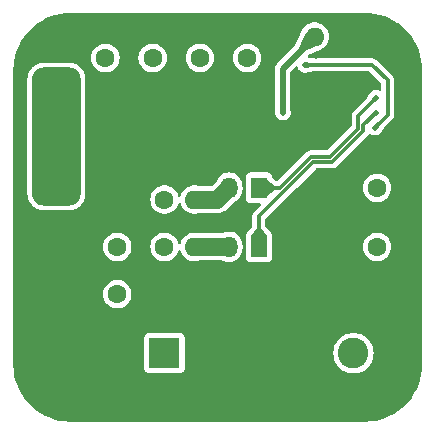
<source format=gtl>
%TF.GenerationSoftware,KiCad,Pcbnew,8.0.5*%
%TF.CreationDate,2024-10-31T22:01:25+08:00*%
%TF.ProjectId,AMS1117_TP4056_Lithium_battery_charging,414d5331-3131-4375-9f54-50343035365f,rev?*%
%TF.SameCoordinates,Original*%
%TF.FileFunction,Copper,L1,Top*%
%TF.FilePolarity,Positive*%
%FSLAX46Y46*%
G04 Gerber Fmt 4.6, Leading zero omitted, Abs format (unit mm)*
G04 Created by KiCad (PCBNEW 8.0.5) date 2024-10-31 22:01:25*
%MOMM*%
%LPD*%
G01*
G04 APERTURE LIST*
%TA.AperFunction,ComponentPad*%
%ADD10R,1.400000X1.800000*%
%TD*%
%TA.AperFunction,ComponentPad*%
%ADD11O,1.400000X1.800000*%
%TD*%
%TA.AperFunction,ComponentPad*%
%ADD12C,1.600000*%
%TD*%
%TA.AperFunction,ComponentPad*%
%ADD13O,1.600000X1.600000*%
%TD*%
%TA.AperFunction,ComponentPad*%
%ADD14R,2.600000X2.600000*%
%TD*%
%TA.AperFunction,ComponentPad*%
%ADD15C,2.600000*%
%TD*%
%TA.AperFunction,ComponentPad*%
%ADD16C,6.000000*%
%TD*%
%TA.AperFunction,HeatsinkPad*%
%ADD17C,0.600000*%
%TD*%
%TA.AperFunction,ViaPad*%
%ADD18C,0.500000*%
%TD*%
%TA.AperFunction,Conductor*%
%ADD19C,0.300000*%
%TD*%
%TA.AperFunction,Conductor*%
%ADD20C,1.500000*%
%TD*%
%TA.AperFunction,Conductor*%
%ADD21C,0.500000*%
%TD*%
G04 APERTURE END LIST*
D10*
%TO.P,LED1,1,K*%
%TO.N,Net-(LED1-K)*%
X116000000Y-120000000D03*
D11*
%TO.P,LED1,2,A*%
%TO.N,Net-(LED1-A)*%
X113460000Y-120000000D03*
%TD*%
D12*
%TO.P,R1,1*%
%TO.N,GND*%
X123245000Y-102200000D03*
D13*
%TO.P,R1,2*%
%TO.N,Net-(U1-PROG)*%
X120705000Y-102200000D03*
%TD*%
D14*
%TO.P,P2,1*%
%TO.N,VIN*%
X108000000Y-129000000D03*
D15*
%TO.P,P2,2*%
%TO.N,GND*%
X113000000Y-129000000D03*
%TD*%
D12*
%TO.P,C1,1*%
%TO.N,BAT*%
X126000000Y-115000000D03*
%TO.P,C1,2*%
%TO.N,GND*%
X121000000Y-115000000D03*
%TD*%
%TO.P,C9,1*%
%TO.N,VCC*%
X103000000Y-104000000D03*
%TO.P,C9,2*%
%TO.N,GND*%
X103000000Y-109000000D03*
%TD*%
%TO.P,C8,1*%
%TO.N,VIN*%
X104000000Y-120000000D03*
%TO.P,C8,2*%
%TO.N,GND*%
X99000000Y-120000000D03*
%TD*%
D16*
%TO.P,H1,1,1*%
%TO.N,GND*%
X100000000Y-130000000D03*
%TD*%
D12*
%TO.P,C5,1*%
%TO.N,VCC*%
X115000000Y-104000000D03*
%TO.P,C5,2*%
%TO.N,GND*%
X115000000Y-109000000D03*
%TD*%
%TO.P,R2,1*%
%TO.N,VCC*%
X108000000Y-120000000D03*
D13*
%TO.P,R2,2*%
%TO.N,Net-(LED1-A)*%
X110540000Y-120000000D03*
%TD*%
D12*
%TO.P,C10,1*%
%TO.N,VCC*%
X107000000Y-104000000D03*
%TO.P,C10,2*%
%TO.N,GND*%
X107000000Y-109000000D03*
%TD*%
D14*
%TO.P,P1,1*%
%TO.N,GND*%
X119000000Y-129000000D03*
D15*
%TO.P,P1,2*%
%TO.N,BAT*%
X124000000Y-129000000D03*
%TD*%
D12*
%TO.P,C2,1*%
%TO.N,BAT*%
X126000000Y-120000000D03*
%TO.P,C2,2*%
%TO.N,GND*%
X121000000Y-120000000D03*
%TD*%
%TO.P,C4,1*%
%TO.N,VCC*%
X111000000Y-104000000D03*
%TO.P,C4,2*%
%TO.N,GND*%
X111000000Y-109000000D03*
%TD*%
%TO.P,R5,1*%
%TO.N,VCC*%
X108000000Y-116000000D03*
D13*
%TO.P,R5,2*%
%TO.N,Net-(LED2-A)*%
X110540000Y-116000000D03*
%TD*%
D12*
%TO.P,C7,1*%
%TO.N,VIN*%
X104000000Y-124000000D03*
%TO.P,C7,2*%
%TO.N,GND*%
X99000000Y-124000000D03*
%TD*%
D10*
%TO.P,LED2,1,K*%
%TO.N,Net-(LED2-K)*%
X116000000Y-115000000D03*
D11*
%TO.P,LED2,2,A*%
%TO.N,Net-(LED2-A)*%
X113460000Y-115000000D03*
%TD*%
D17*
%TO.P,U1,9,EP*%
%TO.N,GND*%
X121000000Y-106150000D03*
X121000000Y-108000000D03*
X121000000Y-109850000D03*
X122000000Y-106150000D03*
X122000000Y-108000000D03*
X122000000Y-109850000D03*
X123000000Y-106150000D03*
X123000000Y-108000000D03*
X123000000Y-109850000D03*
%TD*%
D18*
%TO.N,GND*%
X108270000Y-125500000D03*
X112080000Y-125500000D03*
X96900000Y-122110000D03*
X119700000Y-122700000D03*
X106260000Y-133600000D03*
X118300000Y-111200000D03*
X106870000Y-111200000D03*
X128600000Y-127040000D03*
X110680000Y-111200000D03*
X120800000Y-103800000D03*
X124970000Y-101500000D03*
X96900000Y-118300000D03*
X109730000Y-101500000D03*
X103570000Y-106800000D03*
X114490000Y-111200000D03*
X115890000Y-125500000D03*
X115000000Y-106800000D03*
X128600000Y-119420000D03*
X128600000Y-130850000D03*
X105920000Y-101500000D03*
X128600000Y-111800000D03*
X117350000Y-101500000D03*
X98300000Y-101500000D03*
X113880000Y-133600000D03*
X96900000Y-125920000D03*
X102110000Y-101500000D03*
X102450000Y-133600000D03*
X108270000Y-122700000D03*
X128600000Y-115610000D03*
X121500000Y-133600000D03*
X115890000Y-122700000D03*
X101500000Y-125770000D03*
X119700000Y-125500000D03*
X113540000Y-101500000D03*
X101500000Y-118150000D03*
X128600000Y-123230000D03*
X111190000Y-106800000D03*
X107380000Y-106800000D03*
X117690000Y-133600000D03*
X112080000Y-122700000D03*
X101500000Y-121960000D03*
X110070000Y-133600000D03*
%TO.N,VCC*%
X99940000Y-110580000D03*
X97400000Y-115660000D03*
X97400000Y-113120000D03*
X97400000Y-108040000D03*
X119900000Y-104600000D03*
X97400000Y-110580000D03*
X99940000Y-108040000D03*
X99940000Y-105500000D03*
X125800000Y-109900000D03*
X99940000Y-115660000D03*
X97400000Y-105500000D03*
X99940000Y-113120000D03*
%TO.N,Net-(LED1-K)*%
X125865000Y-108635000D03*
%TO.N,Net-(LED2-K)*%
X125900000Y-107365000D03*
%TO.N,Net-(U1-PROG)*%
X118035000Y-108635000D03*
%TD*%
D19*
%TO.N,VCC*%
X126900000Y-108800000D02*
X126900000Y-105900000D01*
X125600000Y-104600000D02*
X119900000Y-104600000D01*
X125800000Y-109900000D02*
X126900000Y-108800000D01*
X126900000Y-105900000D02*
X125600000Y-104600000D01*
%TO.N,Net-(LED1-K)*%
X116000000Y-120000000D02*
X116000000Y-117400000D01*
X120600000Y-112800000D02*
X122200000Y-112800000D01*
X116000000Y-117400000D02*
X120600000Y-112800000D01*
X124830000Y-109670000D02*
X125865000Y-108635000D01*
X124830000Y-110170000D02*
X124830000Y-109670000D01*
X122200000Y-112800000D02*
X124830000Y-110170000D01*
D20*
%TO.N,Net-(LED1-A)*%
X110540000Y-120000000D02*
X113460000Y-120000000D01*
%TO.N,Net-(LED2-A)*%
X112460000Y-116000000D02*
X113460000Y-115000000D01*
X110540000Y-116000000D02*
X112460000Y-116000000D01*
D19*
%TO.N,Net-(LED2-K)*%
X124400000Y-109991888D02*
X124400000Y-108900000D01*
X125900000Y-107400000D02*
X125900000Y-107365000D01*
X120421888Y-112370000D02*
X122021888Y-112370000D01*
X116000000Y-115000000D02*
X117791888Y-115000000D01*
X117791888Y-115000000D02*
X120421888Y-112370000D01*
X124400000Y-108900000D02*
X125900000Y-107400000D01*
X122021888Y-112370000D02*
X124400000Y-109991888D01*
D21*
%TO.N,Net-(U1-PROG)*%
X118035000Y-108635000D02*
X118000000Y-108600000D01*
X118000000Y-104905000D02*
X120705000Y-102200000D01*
X118000000Y-108600000D02*
X118000000Y-104905000D01*
%TD*%
%TA.AperFunction,Conductor*%
%TO.N,VCC*%
G36*
X120390599Y-104448117D02*
G01*
X120398037Y-104453100D01*
X120400000Y-104459588D01*
X120400000Y-104740411D01*
X120396573Y-104748684D01*
X120390597Y-104751883D01*
X120005062Y-104829089D01*
X119996277Y-104827354D01*
X119991973Y-104822135D01*
X119900889Y-104604515D01*
X119900857Y-104595563D01*
X119991973Y-104377863D01*
X119998327Y-104371556D01*
X120005059Y-104370910D01*
X120390599Y-104448117D01*
G37*
%TD.AperFunction*%
%TD*%
%TA.AperFunction,Conductor*%
%TO.N,Net-(U1-PROG)*%
G36*
X119976364Y-101898174D02*
G01*
X120701212Y-102197437D01*
X120707551Y-102203762D01*
X120707562Y-102203787D01*
X121006824Y-102928634D01*
X121006813Y-102937589D01*
X121000822Y-102943763D01*
X119757775Y-103504820D01*
X119748825Y-103505100D01*
X119744689Y-103502429D01*
X119402570Y-103160310D01*
X119399143Y-103152037D01*
X119400179Y-103147224D01*
X119826005Y-102203787D01*
X119961236Y-101904176D01*
X119967763Y-101898046D01*
X119976364Y-101898174D01*
G37*
%TD.AperFunction*%
%TD*%
%TA.AperFunction,Conductor*%
%TO.N,Net-(LED1-K)*%
G36*
X116152586Y-118403427D02*
G01*
X116153513Y-118404471D01*
X116694352Y-119092812D01*
X116696769Y-119101435D01*
X116694391Y-119107219D01*
X116009239Y-119989108D01*
X116001457Y-119993539D01*
X115992822Y-119991169D01*
X115990761Y-119989108D01*
X115915183Y-119891829D01*
X115305607Y-119107217D01*
X115303238Y-119098584D01*
X115305646Y-119092813D01*
X115846487Y-118404470D01*
X115854293Y-118400083D01*
X115855687Y-118400000D01*
X116144313Y-118400000D01*
X116152586Y-118403427D01*
G37*
%TD.AperFunction*%
%TD*%
%TA.AperFunction,Conductor*%
%TO.N,Net-(LED2-K)*%
G36*
X116708156Y-114306408D02*
G01*
X117395529Y-114846487D01*
X117399917Y-114854293D01*
X117400000Y-114855687D01*
X117400000Y-115144312D01*
X117396573Y-115152585D01*
X117395529Y-115153512D01*
X116708156Y-115693591D01*
X116699533Y-115696008D01*
X116692660Y-115692670D01*
X116152731Y-115153512D01*
X116007289Y-115008277D01*
X116003857Y-115000008D01*
X116007277Y-114991734D01*
X116692660Y-114307328D01*
X116700935Y-114303908D01*
X116708156Y-114306408D01*
G37*
%TD.AperFunction*%
%TD*%
%TA.AperFunction,Conductor*%
%TO.N,Net-(LED1-K)*%
G36*
X125642890Y-108542960D02*
G01*
X125861175Y-108632435D01*
X125867531Y-108638744D01*
X125867564Y-108638824D01*
X125957038Y-108857107D01*
X125957005Y-108866061D01*
X125952700Y-108871281D01*
X125625492Y-109089301D01*
X125616707Y-109091036D01*
X125610731Y-109087837D01*
X125412162Y-108889268D01*
X125408735Y-108880995D01*
X125410698Y-108874507D01*
X125628720Y-108547297D01*
X125636158Y-108542315D01*
X125642890Y-108542960D01*
G37*
%TD.AperFunction*%
%TD*%
%TA.AperFunction,Conductor*%
%TO.N,Net-(LED2-K)*%
G36*
X125678459Y-107273194D02*
G01*
X125898511Y-107363393D01*
X125902379Y-107365978D01*
X126067228Y-107532152D01*
X126070622Y-107540439D01*
X126067162Y-107548698D01*
X126065858Y-107549814D01*
X125681592Y-107832676D01*
X125672898Y-107834821D01*
X125666383Y-107831527D01*
X125467730Y-107632874D01*
X125464303Y-107624601D01*
X125465887Y-107618722D01*
X125663908Y-107278137D01*
X125671028Y-107272710D01*
X125678459Y-107273194D01*
G37*
%TD.AperFunction*%
%TD*%
%TA.AperFunction,Conductor*%
%TO.N,VCC*%
G36*
X126054268Y-109447162D02*
G01*
X126252837Y-109645731D01*
X126256264Y-109654004D01*
X126254301Y-109660492D01*
X126036281Y-109987700D01*
X126028841Y-109992684D01*
X126022107Y-109992038D01*
X125803824Y-109902564D01*
X125797468Y-109896255D01*
X125797435Y-109896175D01*
X125707961Y-109677890D01*
X125707994Y-109668938D01*
X125712296Y-109663721D01*
X126039507Y-109445697D01*
X126048292Y-109443963D01*
X126054268Y-109447162D01*
G37*
%TD.AperFunction*%
%TD*%
%TA.AperFunction,Conductor*%
%TO.N,VCC*%
G36*
X99906061Y-104800597D02*
G01*
X100082941Y-104818018D01*
X100106769Y-104822757D01*
X100271001Y-104872576D01*
X100293453Y-104881877D01*
X100444798Y-104962772D01*
X100465010Y-104976277D01*
X100597666Y-105085145D01*
X100614854Y-105102333D01*
X100723722Y-105234989D01*
X100737227Y-105255201D01*
X100818121Y-105406543D01*
X100827424Y-105429001D01*
X100877240Y-105593224D01*
X100881982Y-105617065D01*
X100899403Y-105793938D01*
X100900000Y-105806092D01*
X100900000Y-115493907D01*
X100899403Y-115506061D01*
X100881982Y-115682934D01*
X100877240Y-115706775D01*
X100827424Y-115870998D01*
X100818121Y-115893456D01*
X100737227Y-116044798D01*
X100723722Y-116065010D01*
X100614854Y-116197666D01*
X100597666Y-116214854D01*
X100465010Y-116323722D01*
X100444798Y-116337227D01*
X100293456Y-116418121D01*
X100270998Y-116427424D01*
X100106775Y-116477240D01*
X100082934Y-116481982D01*
X99906061Y-116499403D01*
X99893907Y-116500000D01*
X97806093Y-116500000D01*
X97793939Y-116499403D01*
X97617065Y-116481982D01*
X97593224Y-116477240D01*
X97429001Y-116427424D01*
X97406543Y-116418121D01*
X97255201Y-116337227D01*
X97234989Y-116323722D01*
X97102333Y-116214854D01*
X97085145Y-116197666D01*
X96976277Y-116065010D01*
X96962772Y-116044798D01*
X96881878Y-115893456D01*
X96872575Y-115870998D01*
X96822757Y-115706769D01*
X96818018Y-115682941D01*
X96800597Y-115506061D01*
X96800000Y-115493907D01*
X96800000Y-105806092D01*
X96800597Y-105793938D01*
X96818018Y-105617056D01*
X96822757Y-105593232D01*
X96872577Y-105428994D01*
X96881875Y-105406549D01*
X96962775Y-105255195D01*
X96976272Y-105234995D01*
X97085149Y-105102328D01*
X97102328Y-105085149D01*
X97234995Y-104976272D01*
X97255195Y-104962775D01*
X97406549Y-104881875D01*
X97428994Y-104872577D01*
X97593232Y-104822757D01*
X97617056Y-104818018D01*
X97793939Y-104800597D01*
X97806093Y-104800000D01*
X99893907Y-104800000D01*
X99906061Y-104800597D01*
G37*
%TD.AperFunction*%
%TD*%
%TA.AperFunction,Conductor*%
%TO.N,GND*%
G36*
X125002702Y-100200617D02*
G01*
X125412917Y-100218528D01*
X125423654Y-100219468D01*
X125828057Y-100272708D01*
X125838695Y-100274583D01*
X126236925Y-100362869D01*
X126247365Y-100365667D01*
X126636363Y-100488317D01*
X126646524Y-100492015D01*
X127023363Y-100648108D01*
X127033155Y-100652674D01*
X127394965Y-100841020D01*
X127404305Y-100846413D01*
X127689636Y-101028189D01*
X127748309Y-101065568D01*
X127757170Y-101071772D01*
X128080766Y-101320076D01*
X128089053Y-101327030D01*
X128389767Y-101602583D01*
X128397416Y-101610232D01*
X128672969Y-101910946D01*
X128679923Y-101919233D01*
X128928227Y-102242829D01*
X128934431Y-102251690D01*
X129153578Y-102595680D01*
X129158983Y-102605042D01*
X129285004Y-102847126D01*
X129347322Y-102966838D01*
X129351894Y-102976642D01*
X129507983Y-103353473D01*
X129511683Y-103363639D01*
X129634331Y-103752630D01*
X129637131Y-103763078D01*
X129725414Y-104161296D01*
X129727292Y-104171950D01*
X129780529Y-104576326D01*
X129781472Y-104587102D01*
X129799382Y-104997297D01*
X129799500Y-105002706D01*
X129799500Y-129997293D01*
X129799382Y-130002702D01*
X129781472Y-130412897D01*
X129780529Y-130423673D01*
X129727292Y-130828049D01*
X129725414Y-130838703D01*
X129637131Y-131236921D01*
X129634331Y-131247369D01*
X129511683Y-131636360D01*
X129507983Y-131646526D01*
X129351894Y-132023357D01*
X129347322Y-132033161D01*
X129158987Y-132394951D01*
X129153578Y-132404319D01*
X128934431Y-132748309D01*
X128928227Y-132757170D01*
X128679923Y-133080766D01*
X128672969Y-133089053D01*
X128397416Y-133389767D01*
X128389767Y-133397416D01*
X128089053Y-133672969D01*
X128080766Y-133679923D01*
X127757170Y-133928227D01*
X127748309Y-133934431D01*
X127404319Y-134153578D01*
X127394951Y-134158987D01*
X127033161Y-134347322D01*
X127023357Y-134351894D01*
X126646526Y-134507983D01*
X126636360Y-134511683D01*
X126247369Y-134634331D01*
X126236921Y-134637131D01*
X125838703Y-134725414D01*
X125828049Y-134727292D01*
X125423673Y-134780529D01*
X125412897Y-134781472D01*
X125002703Y-134799382D01*
X124997294Y-134799500D01*
X100002706Y-134799500D01*
X99997297Y-134799382D01*
X99587102Y-134781472D01*
X99576326Y-134780529D01*
X99171950Y-134727292D01*
X99161296Y-134725414D01*
X98763078Y-134637131D01*
X98752630Y-134634331D01*
X98363639Y-134511683D01*
X98353473Y-134507983D01*
X97976642Y-134351894D01*
X97966838Y-134347322D01*
X97847126Y-134285004D01*
X97605042Y-134158983D01*
X97595686Y-134153582D01*
X97423685Y-134044004D01*
X97251690Y-133934431D01*
X97242829Y-133928227D01*
X96919233Y-133679923D01*
X96910946Y-133672969D01*
X96610232Y-133397416D01*
X96602583Y-133389767D01*
X96327030Y-133089053D01*
X96320076Y-133080766D01*
X96071772Y-132757170D01*
X96065568Y-132748309D01*
X96012070Y-132664334D01*
X95846413Y-132404305D01*
X95841020Y-132394965D01*
X95652674Y-132033155D01*
X95648105Y-132023357D01*
X95492016Y-131646526D01*
X95488316Y-131636360D01*
X95365668Y-131247369D01*
X95362868Y-131236921D01*
X95274585Y-130838703D01*
X95272707Y-130828049D01*
X95255915Y-130700499D01*
X95219468Y-130423654D01*
X95218528Y-130412917D01*
X95200618Y-130002702D01*
X95200500Y-129997293D01*
X95200500Y-127668475D01*
X106299500Y-127668475D01*
X106299500Y-130331517D01*
X106299772Y-130333232D01*
X106314354Y-130425304D01*
X106371950Y-130538342D01*
X106371952Y-130538344D01*
X106371954Y-130538347D01*
X106461652Y-130628045D01*
X106461654Y-130628046D01*
X106461658Y-130628050D01*
X106574694Y-130685645D01*
X106574698Y-130685647D01*
X106668475Y-130700499D01*
X106668481Y-130700500D01*
X109331518Y-130700499D01*
X109425304Y-130685646D01*
X109538342Y-130628050D01*
X109628050Y-130538342D01*
X109685646Y-130425304D01*
X109685646Y-130425302D01*
X109685647Y-130425301D01*
X109696282Y-130358147D01*
X109700500Y-130331519D01*
X109700499Y-128999995D01*
X122294732Y-128999995D01*
X122294732Y-129000004D01*
X122313777Y-129254154D01*
X122313778Y-129254157D01*
X122370492Y-129502637D01*
X122463607Y-129739888D01*
X122591041Y-129960612D01*
X122749950Y-130159877D01*
X122936783Y-130333232D01*
X123147366Y-130476805D01*
X123147371Y-130476807D01*
X123147372Y-130476808D01*
X123147373Y-130476809D01*
X123269328Y-130535538D01*
X123376992Y-130587387D01*
X123376993Y-130587387D01*
X123376996Y-130587389D01*
X123620542Y-130662513D01*
X123872565Y-130700500D01*
X124127435Y-130700500D01*
X124379458Y-130662513D01*
X124623004Y-130587389D01*
X124852634Y-130476805D01*
X125063217Y-130333232D01*
X125250050Y-130159877D01*
X125408959Y-129960612D01*
X125536393Y-129739888D01*
X125629508Y-129502637D01*
X125686222Y-129254157D01*
X125705268Y-129000000D01*
X125686222Y-128745843D01*
X125629508Y-128497363D01*
X125536393Y-128260112D01*
X125408959Y-128039388D01*
X125250050Y-127840123D01*
X125063217Y-127666768D01*
X124852634Y-127523195D01*
X124852630Y-127523193D01*
X124852627Y-127523191D01*
X124852626Y-127523190D01*
X124623006Y-127412612D01*
X124623008Y-127412612D01*
X124379466Y-127337489D01*
X124379462Y-127337488D01*
X124379458Y-127337487D01*
X124258231Y-127319214D01*
X124127440Y-127299500D01*
X124127435Y-127299500D01*
X123872565Y-127299500D01*
X123872559Y-127299500D01*
X123715609Y-127323157D01*
X123620542Y-127337487D01*
X123620539Y-127337488D01*
X123620533Y-127337489D01*
X123376992Y-127412612D01*
X123147373Y-127523190D01*
X123147372Y-127523191D01*
X122936782Y-127666768D01*
X122749952Y-127840121D01*
X122749950Y-127840123D01*
X122591041Y-128039388D01*
X122463608Y-128260109D01*
X122370492Y-128497362D01*
X122370490Y-128497369D01*
X122313777Y-128745845D01*
X122294732Y-128999995D01*
X109700499Y-128999995D01*
X109700499Y-127668482D01*
X109685646Y-127574696D01*
X109628050Y-127461658D01*
X109628046Y-127461654D01*
X109628045Y-127461652D01*
X109538347Y-127371954D01*
X109538344Y-127371952D01*
X109538342Y-127371950D01*
X109461517Y-127332805D01*
X109425301Y-127314352D01*
X109331524Y-127299500D01*
X106668482Y-127299500D01*
X106587519Y-127312323D01*
X106574696Y-127314354D01*
X106461658Y-127371950D01*
X106461657Y-127371951D01*
X106461652Y-127371954D01*
X106371954Y-127461652D01*
X106371951Y-127461657D01*
X106314352Y-127574698D01*
X106299500Y-127668475D01*
X95200500Y-127668475D01*
X95200500Y-123999999D01*
X102794357Y-123999999D01*
X102794357Y-124000000D01*
X102814884Y-124221535D01*
X102814885Y-124221537D01*
X102875769Y-124435523D01*
X102875775Y-124435538D01*
X102974938Y-124634683D01*
X102974943Y-124634691D01*
X103109020Y-124812238D01*
X103273437Y-124962123D01*
X103273439Y-124962125D01*
X103462595Y-125079245D01*
X103462596Y-125079245D01*
X103462599Y-125079247D01*
X103670060Y-125159618D01*
X103888757Y-125200500D01*
X103888759Y-125200500D01*
X104111241Y-125200500D01*
X104111243Y-125200500D01*
X104329940Y-125159618D01*
X104537401Y-125079247D01*
X104726562Y-124962124D01*
X104890981Y-124812236D01*
X105025058Y-124634689D01*
X105124229Y-124435528D01*
X105185115Y-124221536D01*
X105205643Y-124000000D01*
X105185115Y-123778464D01*
X105124229Y-123564472D01*
X105124224Y-123564461D01*
X105025061Y-123365316D01*
X105025056Y-123365308D01*
X104890979Y-123187761D01*
X104726562Y-123037876D01*
X104726560Y-123037874D01*
X104537404Y-122920754D01*
X104537398Y-122920752D01*
X104329940Y-122840382D01*
X104111243Y-122799500D01*
X103888757Y-122799500D01*
X103670060Y-122840382D01*
X103538864Y-122891207D01*
X103462601Y-122920752D01*
X103462595Y-122920754D01*
X103273439Y-123037874D01*
X103273437Y-123037876D01*
X103109020Y-123187761D01*
X102974943Y-123365308D01*
X102974938Y-123365316D01*
X102875775Y-123564461D01*
X102875769Y-123564476D01*
X102814885Y-123778462D01*
X102814884Y-123778464D01*
X102794357Y-123999999D01*
X95200500Y-123999999D01*
X95200500Y-119999999D01*
X102794357Y-119999999D01*
X102794357Y-120000000D01*
X102814884Y-120221535D01*
X102814885Y-120221537D01*
X102875769Y-120435523D01*
X102875775Y-120435538D01*
X102974938Y-120634683D01*
X102974943Y-120634691D01*
X103109020Y-120812238D01*
X103273437Y-120962123D01*
X103273439Y-120962125D01*
X103462595Y-121079245D01*
X103462596Y-121079245D01*
X103462599Y-121079247D01*
X103670060Y-121159618D01*
X103888757Y-121200500D01*
X103888759Y-121200500D01*
X104111241Y-121200500D01*
X104111243Y-121200500D01*
X104329940Y-121159618D01*
X104537401Y-121079247D01*
X104726562Y-120962124D01*
X104890981Y-120812236D01*
X105025058Y-120634689D01*
X105124229Y-120435528D01*
X105185115Y-120221536D01*
X105205643Y-120000000D01*
X105205643Y-119999999D01*
X106794357Y-119999999D01*
X106794357Y-120000000D01*
X106814884Y-120221535D01*
X106814885Y-120221537D01*
X106875769Y-120435523D01*
X106875775Y-120435538D01*
X106974938Y-120634683D01*
X106974943Y-120634691D01*
X107109020Y-120812238D01*
X107273437Y-120962123D01*
X107273439Y-120962125D01*
X107462595Y-121079245D01*
X107462596Y-121079245D01*
X107462599Y-121079247D01*
X107670060Y-121159618D01*
X107888757Y-121200500D01*
X107888759Y-121200500D01*
X108111241Y-121200500D01*
X108111243Y-121200500D01*
X108329940Y-121159618D01*
X108537401Y-121079247D01*
X108726562Y-120962124D01*
X108890981Y-120812236D01*
X109025058Y-120634689D01*
X109124229Y-120435528D01*
X109150734Y-120342371D01*
X109188013Y-120283278D01*
X109251323Y-120253721D01*
X109320562Y-120263083D01*
X109373749Y-120308393D01*
X109389266Y-120342372D01*
X109415769Y-120435523D01*
X109415775Y-120435538D01*
X109514938Y-120634683D01*
X109514943Y-120634691D01*
X109649020Y-120812238D01*
X109813437Y-120962123D01*
X109813439Y-120962125D01*
X110002595Y-121079245D01*
X110002596Y-121079245D01*
X110002599Y-121079247D01*
X110210060Y-121159618D01*
X110428757Y-121200500D01*
X110428759Y-121200500D01*
X110651241Y-121200500D01*
X110651243Y-121200500D01*
X110869940Y-121159618D01*
X110871861Y-121158873D01*
X110873889Y-121158494D01*
X110875455Y-121158049D01*
X110875496Y-121158194D01*
X110916655Y-121150500D01*
X112871632Y-121150500D01*
X112927926Y-121164014D01*
X113037555Y-121219873D01*
X113202299Y-121273402D01*
X113373389Y-121300500D01*
X113373390Y-121300500D01*
X113546610Y-121300500D01*
X113546611Y-121300500D01*
X113717701Y-121273402D01*
X113882445Y-121219873D01*
X114036788Y-121141232D01*
X114176928Y-121039414D01*
X114299414Y-120916928D01*
X114401232Y-120776788D01*
X114479873Y-120622445D01*
X114533402Y-120457701D01*
X114543679Y-120392805D01*
X114548216Y-120373909D01*
X114582171Y-120269409D01*
X114597623Y-120171847D01*
X114610500Y-120090551D01*
X114610500Y-119909448D01*
X114582171Y-119730590D01*
X114569504Y-119691606D01*
X114548217Y-119626092D01*
X114543678Y-119607181D01*
X114533402Y-119542301D01*
X114533402Y-119542299D01*
X114479873Y-119377555D01*
X114479871Y-119377552D01*
X114479871Y-119377550D01*
X114401231Y-119223211D01*
X114375475Y-119187761D01*
X114299414Y-119083072D01*
X114296141Y-119079799D01*
X114898173Y-119079799D01*
X114898740Y-119084896D01*
X114899500Y-119098604D01*
X114899500Y-120931517D01*
X114904348Y-120962124D01*
X114914354Y-121025304D01*
X114971950Y-121138342D01*
X114971952Y-121138344D01*
X114971954Y-121138347D01*
X115061652Y-121228045D01*
X115061654Y-121228046D01*
X115061658Y-121228050D01*
X115174694Y-121285645D01*
X115174698Y-121285647D01*
X115268475Y-121300499D01*
X115268481Y-121300500D01*
X116731518Y-121300499D01*
X116825304Y-121285646D01*
X116938342Y-121228050D01*
X117028050Y-121138342D01*
X117085646Y-121025304D01*
X117085646Y-121025302D01*
X117085647Y-121025301D01*
X117100499Y-120931524D01*
X117100500Y-120931519D01*
X117100499Y-119999999D01*
X124794357Y-119999999D01*
X124794357Y-120000000D01*
X124814884Y-120221535D01*
X124814885Y-120221537D01*
X124875769Y-120435523D01*
X124875775Y-120435538D01*
X124974938Y-120634683D01*
X124974943Y-120634691D01*
X125109020Y-120812238D01*
X125273437Y-120962123D01*
X125273439Y-120962125D01*
X125462595Y-121079245D01*
X125462596Y-121079245D01*
X125462599Y-121079247D01*
X125670060Y-121159618D01*
X125888757Y-121200500D01*
X125888759Y-121200500D01*
X126111241Y-121200500D01*
X126111243Y-121200500D01*
X126329940Y-121159618D01*
X126537401Y-121079247D01*
X126726562Y-120962124D01*
X126890981Y-120812236D01*
X127025058Y-120634689D01*
X127124229Y-120435528D01*
X127185115Y-120221536D01*
X127205643Y-120000000D01*
X127185115Y-119778464D01*
X127124229Y-119564472D01*
X127124224Y-119564461D01*
X127025061Y-119365316D01*
X127025056Y-119365308D01*
X126890979Y-119187761D01*
X126726562Y-119037876D01*
X126726560Y-119037874D01*
X126537404Y-118920754D01*
X126537398Y-118920752D01*
X126509262Y-118909852D01*
X126329940Y-118840382D01*
X126111243Y-118799500D01*
X125888757Y-118799500D01*
X125670060Y-118840382D01*
X125615138Y-118861659D01*
X125462601Y-118920752D01*
X125462595Y-118920754D01*
X125273439Y-119037874D01*
X125273437Y-119037876D01*
X125109020Y-119187761D01*
X124974943Y-119365308D01*
X124974938Y-119365316D01*
X124875775Y-119564461D01*
X124875769Y-119564476D01*
X124814885Y-119778462D01*
X124814884Y-119778464D01*
X124794357Y-119999999D01*
X117100499Y-119999999D01*
X117100499Y-119137453D01*
X117101579Y-119126577D01*
X117101928Y-119118012D01*
X117101930Y-119118005D01*
X117101335Y-119112905D01*
X117100499Y-119098532D01*
X117100499Y-119068482D01*
X117095652Y-119037876D01*
X117085646Y-118974696D01*
X117078975Y-118961605D01*
X117075770Y-118954811D01*
X117075016Y-118953081D01*
X117075015Y-118953080D01*
X117075015Y-118953078D01*
X117073441Y-118950256D01*
X117071717Y-118947165D01*
X117069526Y-118943057D01*
X117043714Y-118892400D01*
X117028050Y-118861658D01*
X117028047Y-118861655D01*
X117023966Y-118856037D01*
X117015396Y-118845577D01*
X117013209Y-118842293D01*
X117013207Y-118842290D01*
X117013204Y-118842285D01*
X116576996Y-118287110D01*
X116551056Y-118222234D01*
X116550500Y-118210500D01*
X116550500Y-117679387D01*
X116570185Y-117612348D01*
X116586819Y-117591706D01*
X119178526Y-114999999D01*
X124794357Y-114999999D01*
X124794357Y-115000000D01*
X124814884Y-115221535D01*
X124814885Y-115221537D01*
X124875769Y-115435523D01*
X124875775Y-115435538D01*
X124974938Y-115634683D01*
X124974943Y-115634691D01*
X125109020Y-115812238D01*
X125273437Y-115962123D01*
X125273439Y-115962125D01*
X125462595Y-116079245D01*
X125462596Y-116079245D01*
X125462599Y-116079247D01*
X125670060Y-116159618D01*
X125888757Y-116200500D01*
X125888759Y-116200500D01*
X126111241Y-116200500D01*
X126111243Y-116200500D01*
X126329940Y-116159618D01*
X126537401Y-116079247D01*
X126726562Y-115962124D01*
X126890981Y-115812236D01*
X127025058Y-115634689D01*
X127124229Y-115435528D01*
X127185115Y-115221536D01*
X127205643Y-115000000D01*
X127185115Y-114778464D01*
X127124229Y-114564472D01*
X127124224Y-114564461D01*
X127025061Y-114365316D01*
X127025056Y-114365308D01*
X126890979Y-114187761D01*
X126726562Y-114037876D01*
X126726560Y-114037874D01*
X126537404Y-113920754D01*
X126537398Y-113920752D01*
X126329940Y-113840382D01*
X126111243Y-113799500D01*
X125888757Y-113799500D01*
X125670060Y-113840382D01*
X125538864Y-113891207D01*
X125462601Y-113920752D01*
X125462595Y-113920754D01*
X125273439Y-114037874D01*
X125273437Y-114037876D01*
X125109020Y-114187761D01*
X124974943Y-114365308D01*
X124974938Y-114365316D01*
X124875775Y-114564461D01*
X124875769Y-114564476D01*
X124814885Y-114778462D01*
X124814884Y-114778464D01*
X124794357Y-114999999D01*
X119178526Y-114999999D01*
X120791706Y-113386819D01*
X120853029Y-113353334D01*
X120879387Y-113350500D01*
X122272472Y-113350500D01*
X122272474Y-113350500D01*
X122272475Y-113350500D01*
X122412485Y-113312984D01*
X122538015Y-113240510D01*
X125270510Y-110508014D01*
X125277979Y-110495076D01*
X125328544Y-110446861D01*
X125397151Y-110433636D01*
X125442993Y-110447279D01*
X125567634Y-110512696D01*
X125721014Y-110550500D01*
X125721015Y-110550500D01*
X125878985Y-110550500D01*
X126032365Y-110512696D01*
X126065933Y-110495078D01*
X126172240Y-110439283D01*
X126290483Y-110334530D01*
X126380220Y-110204523D01*
X126380224Y-110204510D01*
X126381431Y-110202213D01*
X126388038Y-110191076D01*
X126582078Y-109899857D01*
X126597580Y-109880943D01*
X127340510Y-109138015D01*
X127412984Y-109012485D01*
X127450500Y-108872474D01*
X127450500Y-108727526D01*
X127450500Y-105827525D01*
X127412984Y-105687515D01*
X127349362Y-105577318D01*
X127340510Y-105561986D01*
X125938015Y-104159490D01*
X125812485Y-104087016D01*
X125812483Y-104087015D01*
X125800338Y-104083761D01*
X125800338Y-104083760D01*
X125695875Y-104055770D01*
X125672475Y-104049500D01*
X125672474Y-104049500D01*
X120477467Y-104049500D01*
X120453119Y-104047086D01*
X120200544Y-103996506D01*
X120138674Y-103964041D01*
X120104179Y-103903280D01*
X120108009Y-103833516D01*
X120148948Y-103776897D01*
X120173876Y-103761900D01*
X121167642Y-103313359D01*
X121190329Y-103302256D01*
X121190339Y-103302247D01*
X121193413Y-103300367D01*
X121213365Y-103290494D01*
X121242401Y-103279247D01*
X121431562Y-103162124D01*
X121595981Y-103012236D01*
X121730058Y-102834689D01*
X121829229Y-102635528D01*
X121890115Y-102421536D01*
X121910643Y-102200000D01*
X121890115Y-101978464D01*
X121829229Y-101764472D01*
X121829224Y-101764461D01*
X121730061Y-101565316D01*
X121730056Y-101565308D01*
X121595979Y-101387761D01*
X121431562Y-101237876D01*
X121431560Y-101237874D01*
X121242404Y-101120754D01*
X121242398Y-101120752D01*
X121034940Y-101040382D01*
X120816243Y-100999500D01*
X120593757Y-100999500D01*
X120375060Y-101040382D01*
X120243864Y-101091207D01*
X120167601Y-101120752D01*
X120167595Y-101120754D01*
X119978439Y-101237874D01*
X119978437Y-101237876D01*
X119814020Y-101387761D01*
X119679943Y-101565308D01*
X119679941Y-101565312D01*
X119605823Y-101714158D01*
X119598479Y-101726939D01*
X119591647Y-101737345D01*
X119591640Y-101737357D01*
X119456409Y-102036967D01*
X119061236Y-102912488D01*
X119035896Y-102949156D01*
X117494726Y-104490326D01*
X117483418Y-104507250D01*
X117436487Y-104577490D01*
X117433677Y-104581695D01*
X117423533Y-104596876D01*
X117374499Y-104715255D01*
X117374497Y-104715261D01*
X117349500Y-104840928D01*
X117349500Y-108664070D01*
X117362123Y-108727525D01*
X117362123Y-108727527D01*
X117364163Y-108737785D01*
X117374499Y-108789744D01*
X117423535Y-108908127D01*
X117493264Y-109012485D01*
X117494726Y-109014673D01*
X117525255Y-109045201D01*
X117539626Y-109062445D01*
X117544514Y-109069527D01*
X117544517Y-109069531D01*
X117586133Y-109106399D01*
X117591572Y-109111518D01*
X117618067Y-109138013D01*
X117620331Y-109140277D01*
X117629762Y-109146578D01*
X117643098Y-109156864D01*
X117652338Y-109165049D01*
X117662757Y-109174281D01*
X117662758Y-109174281D01*
X117662760Y-109174283D01*
X117696423Y-109191950D01*
X117707683Y-109198642D01*
X117726873Y-109211465D01*
X117753621Y-109222544D01*
X117763776Y-109227300D01*
X117802635Y-109247696D01*
X117816344Y-109251075D01*
X117822434Y-109252576D01*
X117840211Y-109258411D01*
X117845256Y-109260501D01*
X117890891Y-109269578D01*
X117896307Y-109270783D01*
X117956015Y-109285500D01*
X118113986Y-109285500D01*
X118124610Y-109282881D01*
X118173697Y-109270781D01*
X118179122Y-109269574D01*
X118224743Y-109260501D01*
X118229789Y-109258410D01*
X118247562Y-109252575D01*
X118267365Y-109247696D01*
X118306218Y-109227303D01*
X118316397Y-109222536D01*
X118329624Y-109217056D01*
X118343126Y-109211465D01*
X118362320Y-109198639D01*
X118373574Y-109191953D01*
X118407237Y-109174285D01*
X118407238Y-109174283D01*
X118407240Y-109174283D01*
X118426909Y-109156857D01*
X118440243Y-109146574D01*
X118449669Y-109140276D01*
X118478425Y-109111518D01*
X118483866Y-109106398D01*
X118525483Y-109069530D01*
X118530531Y-109062214D01*
X118536742Y-109053972D01*
X118540265Y-109049679D01*
X118540276Y-109049669D01*
X118572610Y-109001274D01*
X118573617Y-108999794D01*
X118615218Y-108939526D01*
X118615218Y-108939525D01*
X118615220Y-108939523D01*
X118639106Y-108876536D01*
X118640473Y-108873092D01*
X118660501Y-108824743D01*
X118660503Y-108824728D01*
X118661189Y-108822470D01*
X118666092Y-108805381D01*
X118671237Y-108791818D01*
X118677232Y-108742439D01*
X118678711Y-108733188D01*
X118679838Y-108727527D01*
X118685499Y-108699068D01*
X118685499Y-108681859D01*
X118686403Y-108666912D01*
X118686748Y-108664069D01*
X118690278Y-108635000D01*
X118686403Y-108603086D01*
X118685499Y-108588140D01*
X118685499Y-108570932D01*
X118685499Y-108570931D01*
X118678706Y-108536781D01*
X118677232Y-108527561D01*
X118671237Y-108478184D01*
X118671236Y-108478179D01*
X118670596Y-108476492D01*
X118666093Y-108464621D01*
X118661203Y-108447573D01*
X118660503Y-108445266D01*
X118660501Y-108445256D01*
X118659937Y-108443896D01*
X118659651Y-108442456D01*
X118658732Y-108439425D01*
X118659030Y-108439334D01*
X118650500Y-108396446D01*
X118650500Y-105225807D01*
X118670185Y-105158768D01*
X118686815Y-105138130D01*
X119074356Y-104750588D01*
X119135677Y-104717105D01*
X119205368Y-104722089D01*
X119261302Y-104763960D01*
X119277977Y-104794299D01*
X119308308Y-104874274D01*
X119319780Y-104904523D01*
X119409517Y-105034530D01*
X119527760Y-105139283D01*
X119527762Y-105139284D01*
X119667634Y-105212696D01*
X119821014Y-105250500D01*
X119821015Y-105250500D01*
X119978987Y-105250500D01*
X119978987Y-105250499D01*
X120061619Y-105230131D01*
X120079877Y-105227540D01*
X120079846Y-105227274D01*
X120084680Y-105226695D01*
X120084685Y-105226695D01*
X120453116Y-105152913D01*
X120477464Y-105150500D01*
X125320613Y-105150500D01*
X125387652Y-105170185D01*
X125408294Y-105186819D01*
X126313181Y-106091705D01*
X126346666Y-106153028D01*
X126349500Y-106179386D01*
X126349500Y-106661144D01*
X126329815Y-106728183D01*
X126277011Y-106773938D01*
X126207853Y-106783882D01*
X126167874Y-106770941D01*
X126132365Y-106752304D01*
X126132362Y-106752303D01*
X125978986Y-106714500D01*
X125978985Y-106714500D01*
X125821015Y-106714500D01*
X125821014Y-106714500D01*
X125667634Y-106752303D01*
X125527762Y-106825715D01*
X125409516Y-106930471D01*
X125319781Y-107060473D01*
X125318190Y-107063505D01*
X125311614Y-107077308D01*
X125135608Y-107380028D01*
X125116091Y-107405382D01*
X123959491Y-108561983D01*
X123959489Y-108561986D01*
X123887016Y-108687514D01*
X123883920Y-108699068D01*
X123849500Y-108827525D01*
X123849500Y-108827527D01*
X123849500Y-109712501D01*
X123829815Y-109779540D01*
X123813181Y-109800182D01*
X121830182Y-111783181D01*
X121768859Y-111816666D01*
X121742501Y-111819500D01*
X120349413Y-111819500D01*
X120265407Y-111842009D01*
X120209401Y-111857016D01*
X120209400Y-111857017D01*
X120083877Y-111929487D01*
X120083872Y-111929491D01*
X117634060Y-114379302D01*
X117572737Y-114412787D01*
X117503045Y-114407803D01*
X117469769Y-114389124D01*
X117144270Y-114133373D01*
X117103717Y-114076476D01*
X117098406Y-114055267D01*
X117095652Y-114037876D01*
X117085646Y-113974696D01*
X117028050Y-113861658D01*
X117028046Y-113861654D01*
X117028045Y-113861652D01*
X116938347Y-113771954D01*
X116938344Y-113771952D01*
X116938342Y-113771950D01*
X116849332Y-113726597D01*
X116825301Y-113714352D01*
X116731524Y-113699500D01*
X115268482Y-113699500D01*
X115187519Y-113712323D01*
X115174696Y-113714354D01*
X115061658Y-113771950D01*
X115061657Y-113771951D01*
X115061652Y-113771954D01*
X114971954Y-113861652D01*
X114971951Y-113861657D01*
X114914352Y-113974698D01*
X114899500Y-114068475D01*
X114899500Y-115931517D01*
X114910292Y-115999657D01*
X114914354Y-116025304D01*
X114971950Y-116138342D01*
X114971952Y-116138344D01*
X114971954Y-116138347D01*
X115061652Y-116228045D01*
X115061654Y-116228046D01*
X115061658Y-116228050D01*
X115170049Y-116283278D01*
X115174698Y-116285647D01*
X115268475Y-116300499D01*
X115268481Y-116300500D01*
X116021612Y-116300499D01*
X116088651Y-116320183D01*
X116134406Y-116372987D01*
X116144350Y-116442146D01*
X116115325Y-116505702D01*
X116109293Y-116512180D01*
X115559491Y-117061983D01*
X115559489Y-117061985D01*
X115508387Y-117150500D01*
X115508386Y-117150501D01*
X115487017Y-117187512D01*
X115487016Y-117187513D01*
X115468258Y-117257520D01*
X115449500Y-117327525D01*
X115449500Y-117327527D01*
X115449500Y-118210499D01*
X115429815Y-118277538D01*
X115423004Y-118287109D01*
X114987058Y-118841951D01*
X114986789Y-118842293D01*
X114984425Y-118845761D01*
X114983889Y-118845395D01*
X114977515Y-118853638D01*
X114977686Y-118853763D01*
X114971948Y-118861661D01*
X114950676Y-118903405D01*
X114947146Y-118909852D01*
X114931419Y-118936657D01*
X114929008Y-118942437D01*
X114924853Y-118952902D01*
X114920096Y-118963424D01*
X114914355Y-118974693D01*
X114914352Y-118974701D01*
X114899500Y-119068473D01*
X114899486Y-119068656D01*
X114898303Y-119076991D01*
X114898173Y-119079799D01*
X114296141Y-119079799D01*
X114176928Y-118960586D01*
X114036788Y-118858768D01*
X113882445Y-118780127D01*
X113717701Y-118726598D01*
X113717699Y-118726597D01*
X113717698Y-118726597D01*
X113586271Y-118705781D01*
X113546611Y-118699500D01*
X113373389Y-118699500D01*
X113333728Y-118705781D01*
X113202302Y-118726597D01*
X113037552Y-118780128D01*
X112927927Y-118835985D01*
X112871632Y-118849500D01*
X110916655Y-118849500D01*
X110875496Y-118841805D01*
X110875455Y-118841951D01*
X110873889Y-118841505D01*
X110871861Y-118841126D01*
X110869940Y-118840382D01*
X110651243Y-118799500D01*
X110428757Y-118799500D01*
X110210060Y-118840382D01*
X110155138Y-118861659D01*
X110002601Y-118920752D01*
X110002595Y-118920754D01*
X109813439Y-119037874D01*
X109813437Y-119037876D01*
X109649020Y-119187761D01*
X109514943Y-119365308D01*
X109514938Y-119365316D01*
X109415775Y-119564461D01*
X109415769Y-119564476D01*
X109389266Y-119657627D01*
X109351987Y-119716721D01*
X109288677Y-119746278D01*
X109219438Y-119736916D01*
X109166251Y-119691606D01*
X109150734Y-119657627D01*
X109124230Y-119564476D01*
X109124229Y-119564472D01*
X109124224Y-119564461D01*
X109025061Y-119365316D01*
X109025056Y-119365308D01*
X108890979Y-119187761D01*
X108726562Y-119037876D01*
X108726560Y-119037874D01*
X108537404Y-118920754D01*
X108537398Y-118920752D01*
X108509262Y-118909852D01*
X108329940Y-118840382D01*
X108111243Y-118799500D01*
X107888757Y-118799500D01*
X107670060Y-118840382D01*
X107615138Y-118861659D01*
X107462601Y-118920752D01*
X107462595Y-118920754D01*
X107273439Y-119037874D01*
X107273437Y-119037876D01*
X107109020Y-119187761D01*
X106974943Y-119365308D01*
X106974938Y-119365316D01*
X106875775Y-119564461D01*
X106875769Y-119564476D01*
X106814885Y-119778462D01*
X106814884Y-119778464D01*
X106794357Y-119999999D01*
X105205643Y-119999999D01*
X105185115Y-119778464D01*
X105124229Y-119564472D01*
X105124224Y-119564461D01*
X105025061Y-119365316D01*
X105025056Y-119365308D01*
X104890979Y-119187761D01*
X104726562Y-119037876D01*
X104726560Y-119037874D01*
X104537404Y-118920754D01*
X104537398Y-118920752D01*
X104509262Y-118909852D01*
X104329940Y-118840382D01*
X104111243Y-118799500D01*
X103888757Y-118799500D01*
X103670060Y-118840382D01*
X103615138Y-118861659D01*
X103462601Y-118920752D01*
X103462595Y-118920754D01*
X103273439Y-119037874D01*
X103273437Y-119037876D01*
X103109020Y-119187761D01*
X102974943Y-119365308D01*
X102974938Y-119365316D01*
X102875775Y-119564461D01*
X102875769Y-119564476D01*
X102814885Y-119778462D01*
X102814884Y-119778464D01*
X102794357Y-119999999D01*
X95200500Y-119999999D01*
X95200500Y-105806106D01*
X96394500Y-105806106D01*
X96394500Y-115493892D01*
X96394988Y-115513810D01*
X96395584Y-115525951D01*
X96397050Y-115545815D01*
X96414472Y-115722699D01*
X96420306Y-115762036D01*
X96420307Y-115762041D01*
X96425041Y-115785845D01*
X96425050Y-115785884D01*
X96434714Y-115824469D01*
X96434715Y-115824473D01*
X96484534Y-115988706D01*
X96497950Y-116026198D01*
X96507248Y-116048645D01*
X96524248Y-116084585D01*
X96524267Y-116084623D01*
X96605141Y-116235928D01*
X96605143Y-116235931D01*
X96605153Y-116235949D01*
X96615805Y-116253721D01*
X96625600Y-116270064D01*
X96625615Y-116270088D01*
X96639112Y-116290288D01*
X96662815Y-116322249D01*
X96662827Y-116322265D01*
X96771693Y-116454918D01*
X96798405Y-116484390D01*
X96815608Y-116501593D01*
X96845080Y-116528305D01*
X96974711Y-116634691D01*
X96977742Y-116637178D01*
X97009708Y-116660885D01*
X97029920Y-116674390D01*
X97064050Y-116694846D01*
X97064067Y-116694855D01*
X97064070Y-116694857D01*
X97149653Y-116740602D01*
X97215392Y-116775740D01*
X97215410Y-116775748D01*
X97215413Y-116775750D01*
X97251353Y-116792750D01*
X97263641Y-116797840D01*
X97273814Y-116802054D01*
X97311292Y-116815464D01*
X97475515Y-116865280D01*
X97514119Y-116874949D01*
X97537960Y-116879691D01*
X97537973Y-116879693D01*
X97537971Y-116879693D01*
X97549850Y-116881454D01*
X97577318Y-116885529D01*
X97754192Y-116902950D01*
X97774045Y-116904415D01*
X97786199Y-116905012D01*
X97806093Y-116905500D01*
X97806108Y-116905500D01*
X99893892Y-116905500D01*
X99893907Y-116905500D01*
X99913801Y-116905012D01*
X99925955Y-116904415D01*
X99945808Y-116902950D01*
X100122681Y-116885529D01*
X100162039Y-116879691D01*
X100185880Y-116874949D01*
X100224484Y-116865280D01*
X100388707Y-116815464D01*
X100426185Y-116802054D01*
X100448643Y-116792751D01*
X100484607Y-116775740D01*
X100635949Y-116694846D01*
X100670079Y-116674390D01*
X100690291Y-116660885D01*
X100722257Y-116637178D01*
X100854913Y-116528310D01*
X100884398Y-116501586D01*
X100901586Y-116484398D01*
X100928310Y-116454913D01*
X101037178Y-116322257D01*
X101060885Y-116290291D01*
X101074390Y-116270079D01*
X101094846Y-116235949D01*
X101175740Y-116084607D01*
X101192751Y-116048643D01*
X101202054Y-116026185D01*
X101211424Y-115999999D01*
X106794357Y-115999999D01*
X106794357Y-116000000D01*
X106814884Y-116221535D01*
X106814885Y-116221537D01*
X106875769Y-116435523D01*
X106875775Y-116435538D01*
X106974938Y-116634683D01*
X106974943Y-116634691D01*
X107109020Y-116812238D01*
X107273437Y-116962123D01*
X107273439Y-116962125D01*
X107462595Y-117079245D01*
X107462596Y-117079245D01*
X107462599Y-117079247D01*
X107670060Y-117159618D01*
X107888757Y-117200500D01*
X107888759Y-117200500D01*
X108111241Y-117200500D01*
X108111243Y-117200500D01*
X108329940Y-117159618D01*
X108537401Y-117079247D01*
X108726562Y-116962124D01*
X108890981Y-116812236D01*
X109025058Y-116634689D01*
X109124229Y-116435528D01*
X109150734Y-116342371D01*
X109188013Y-116283278D01*
X109251323Y-116253721D01*
X109320562Y-116263083D01*
X109373749Y-116308393D01*
X109389266Y-116342372D01*
X109415769Y-116435523D01*
X109415775Y-116435538D01*
X109514938Y-116634683D01*
X109514943Y-116634691D01*
X109649020Y-116812238D01*
X109813437Y-116962123D01*
X109813439Y-116962125D01*
X110002595Y-117079245D01*
X110002596Y-117079245D01*
X110002599Y-117079247D01*
X110210060Y-117159618D01*
X110428757Y-117200500D01*
X110428759Y-117200500D01*
X110651241Y-117200500D01*
X110651243Y-117200500D01*
X110869940Y-117159618D01*
X110871861Y-117158873D01*
X110873889Y-117158494D01*
X110875455Y-117158049D01*
X110875496Y-117158194D01*
X110916655Y-117150500D01*
X112364319Y-117150500D01*
X112364343Y-117150501D01*
X112369454Y-117150501D01*
X112550545Y-117150501D01*
X112550546Y-117150501D01*
X112729409Y-117122171D01*
X112901639Y-117066211D01*
X113062994Y-116983996D01*
X113096722Y-116959491D01*
X113209501Y-116877553D01*
X113337553Y-116749501D01*
X113337553Y-116749499D01*
X113346451Y-116740602D01*
X113346459Y-116740591D01*
X113838944Y-116248106D01*
X113879181Y-116221224D01*
X113882437Y-116219875D01*
X113882445Y-116219873D01*
X114036788Y-116141232D01*
X114176928Y-116039414D01*
X114299414Y-115916928D01*
X114401232Y-115776788D01*
X114479873Y-115622445D01*
X114533402Y-115457701D01*
X114543679Y-115392807D01*
X114548215Y-115373915D01*
X114582172Y-115269409D01*
X114597624Y-115171847D01*
X114610501Y-115090551D01*
X114610501Y-114909453D01*
X114601005Y-114849500D01*
X114582172Y-114730591D01*
X114548214Y-114626080D01*
X114543679Y-114607191D01*
X114533402Y-114542299D01*
X114479873Y-114377555D01*
X114479871Y-114377552D01*
X114479871Y-114377550D01*
X114438387Y-114296133D01*
X114401232Y-114223212D01*
X114299414Y-114083072D01*
X114176928Y-113960586D01*
X114036788Y-113858768D01*
X113882445Y-113780127D01*
X113717701Y-113726598D01*
X113717699Y-113726597D01*
X113717698Y-113726597D01*
X113586271Y-113705781D01*
X113546611Y-113699500D01*
X113373389Y-113699500D01*
X113333728Y-113705781D01*
X113202302Y-113726597D01*
X113037552Y-113780128D01*
X112883211Y-113858768D01*
X112803256Y-113916859D01*
X112743072Y-113960586D01*
X112743070Y-113960588D01*
X112743069Y-113960588D01*
X112620588Y-114083069D01*
X112620588Y-114083070D01*
X112620586Y-114083072D01*
X112609027Y-114098982D01*
X112518766Y-114223213D01*
X112440122Y-114377563D01*
X112438760Y-114380852D01*
X112411890Y-114421056D01*
X112019766Y-114813181D01*
X111958443Y-114846666D01*
X111932085Y-114849500D01*
X110916655Y-114849500D01*
X110875496Y-114841805D01*
X110875455Y-114841951D01*
X110873889Y-114841505D01*
X110871861Y-114841126D01*
X110869940Y-114840382D01*
X110651243Y-114799500D01*
X110428757Y-114799500D01*
X110210060Y-114840382D01*
X110078864Y-114891207D01*
X110002601Y-114920752D01*
X110002595Y-114920754D01*
X109813439Y-115037874D01*
X109813437Y-115037876D01*
X109649020Y-115187761D01*
X109514943Y-115365308D01*
X109514938Y-115365316D01*
X109415775Y-115564461D01*
X109415769Y-115564476D01*
X109389266Y-115657627D01*
X109351987Y-115716721D01*
X109288677Y-115746278D01*
X109219438Y-115736916D01*
X109166251Y-115691606D01*
X109150734Y-115657627D01*
X109124230Y-115564476D01*
X109124229Y-115564472D01*
X109114938Y-115545813D01*
X109025061Y-115365316D01*
X109025056Y-115365308D01*
X108890979Y-115187761D01*
X108726562Y-115037876D01*
X108726560Y-115037874D01*
X108537404Y-114920754D01*
X108537398Y-114920752D01*
X108508232Y-114909453D01*
X108329940Y-114840382D01*
X108111243Y-114799500D01*
X107888757Y-114799500D01*
X107670060Y-114840382D01*
X107538864Y-114891207D01*
X107462601Y-114920752D01*
X107462595Y-114920754D01*
X107273439Y-115037874D01*
X107273437Y-115037876D01*
X107109020Y-115187761D01*
X106974943Y-115365308D01*
X106974938Y-115365316D01*
X106875775Y-115564461D01*
X106875769Y-115564476D01*
X106814885Y-115778462D01*
X106814884Y-115778464D01*
X106794357Y-115999999D01*
X101211424Y-115999999D01*
X101215464Y-115988707D01*
X101265280Y-115824484D01*
X101274949Y-115785880D01*
X101279691Y-115762039D01*
X101285529Y-115722681D01*
X101302950Y-115545808D01*
X101304415Y-115525955D01*
X101305012Y-115513801D01*
X101305500Y-115493907D01*
X101305500Y-105806092D01*
X101305012Y-105786198D01*
X101304415Y-105774044D01*
X101302950Y-105754191D01*
X101285529Y-105577318D01*
X101279691Y-105537960D01*
X101274949Y-105514119D01*
X101265280Y-105475515D01*
X101215464Y-105311292D01*
X101202054Y-105273814D01*
X101192760Y-105251378D01*
X101192750Y-105251353D01*
X101175750Y-105215413D01*
X101175748Y-105215410D01*
X101175740Y-105215392D01*
X101175732Y-105215377D01*
X101175722Y-105215357D01*
X101094857Y-105064070D01*
X101094855Y-105064067D01*
X101094846Y-105064050D01*
X101074390Y-105029920D01*
X101060885Y-105009708D01*
X101037178Y-104977742D01*
X101037175Y-104977738D01*
X101037171Y-104977733D01*
X100928305Y-104845080D01*
X100901593Y-104815608D01*
X100884390Y-104798405D01*
X100854918Y-104771693D01*
X100722265Y-104662827D01*
X100722249Y-104662815D01*
X100690302Y-104639122D01*
X100690299Y-104639120D01*
X100690291Y-104639114D01*
X100670079Y-104625609D01*
X100635951Y-104605154D01*
X100635950Y-104605153D01*
X100635942Y-104605148D01*
X100484630Y-104524271D01*
X100484617Y-104524264D01*
X100484603Y-104524257D01*
X100448646Y-104507250D01*
X100448639Y-104507247D01*
X100426200Y-104497951D01*
X100388709Y-104484536D01*
X100224476Y-104434717D01*
X100185863Y-104425045D01*
X100162041Y-104420307D01*
X100162036Y-104420306D01*
X100122699Y-104414472D01*
X99945815Y-104397050D01*
X99925951Y-104395584D01*
X99913810Y-104394988D01*
X99906340Y-104394805D01*
X99893907Y-104394500D01*
X97806093Y-104394500D01*
X97792528Y-104394832D01*
X97786192Y-104394988D01*
X97774032Y-104395585D01*
X97754200Y-104397048D01*
X97577308Y-104414470D01*
X97577304Y-104414470D01*
X97537950Y-104420309D01*
X97537947Y-104420309D01*
X97514114Y-104425050D01*
X97475508Y-104434721D01*
X97311292Y-104484535D01*
X97273825Y-104497941D01*
X97273770Y-104497962D01*
X97251378Y-104507239D01*
X97251355Y-104507248D01*
X97215417Y-104524246D01*
X97215414Y-104524248D01*
X97215406Y-104524251D01*
X97215398Y-104524256D01*
X97127311Y-104571339D01*
X97064047Y-104605154D01*
X97029928Y-104625603D01*
X97029893Y-104625625D01*
X97009745Y-104639086D01*
X97009713Y-104639109D01*
X96977762Y-104662805D01*
X96977735Y-104662827D01*
X96845081Y-104771693D01*
X96845069Y-104771703D01*
X96815590Y-104798421D01*
X96798421Y-104815590D01*
X96771703Y-104845069D01*
X96771693Y-104845081D01*
X96662827Y-104977735D01*
X96662805Y-104977762D01*
X96639109Y-105009713D01*
X96639086Y-105009745D01*
X96625625Y-105029893D01*
X96625603Y-105029928D01*
X96605154Y-105064047D01*
X96605142Y-105064070D01*
X96524256Y-105215398D01*
X96524251Y-105215406D01*
X96524248Y-105215414D01*
X96524246Y-105215417D01*
X96507248Y-105251355D01*
X96507239Y-105251378D01*
X96497962Y-105273770D01*
X96497941Y-105273825D01*
X96484535Y-105311292D01*
X96434721Y-105475508D01*
X96434718Y-105475520D01*
X96434717Y-105475524D01*
X96425049Y-105514121D01*
X96423482Y-105521994D01*
X96420307Y-105537958D01*
X96414471Y-105577304D01*
X96414470Y-105577318D01*
X96397050Y-105754184D01*
X96395584Y-105774047D01*
X96394988Y-105786188D01*
X96394500Y-105806106D01*
X95200500Y-105806106D01*
X95200500Y-105002706D01*
X95200618Y-104997297D01*
X95201471Y-104977762D01*
X95218528Y-104587080D01*
X95219468Y-104576347D01*
X95272709Y-104171938D01*
X95274582Y-104161308D01*
X95310343Y-103999999D01*
X101794357Y-103999999D01*
X101794357Y-104000000D01*
X101814884Y-104221535D01*
X101814885Y-104221537D01*
X101875769Y-104435523D01*
X101875775Y-104435538D01*
X101974938Y-104634683D01*
X101974943Y-104634691D01*
X102109020Y-104812238D01*
X102273437Y-104962123D01*
X102273439Y-104962125D01*
X102462595Y-105079245D01*
X102462596Y-105079245D01*
X102462599Y-105079247D01*
X102670060Y-105159618D01*
X102888757Y-105200500D01*
X102888759Y-105200500D01*
X103111241Y-105200500D01*
X103111243Y-105200500D01*
X103329940Y-105159618D01*
X103537401Y-105079247D01*
X103726562Y-104962124D01*
X103890981Y-104812236D01*
X104025058Y-104634689D01*
X104054120Y-104576326D01*
X104124224Y-104435538D01*
X104124223Y-104435538D01*
X104124229Y-104435528D01*
X104185115Y-104221536D01*
X104205643Y-104000000D01*
X104205643Y-103999999D01*
X105794357Y-103999999D01*
X105794357Y-104000000D01*
X105814884Y-104221535D01*
X105814885Y-104221537D01*
X105875769Y-104435523D01*
X105875775Y-104435538D01*
X105974938Y-104634683D01*
X105974943Y-104634691D01*
X106109020Y-104812238D01*
X106273437Y-104962123D01*
X106273439Y-104962125D01*
X106462595Y-105079245D01*
X106462596Y-105079245D01*
X106462599Y-105079247D01*
X106670060Y-105159618D01*
X106888757Y-105200500D01*
X106888759Y-105200500D01*
X107111241Y-105200500D01*
X107111243Y-105200500D01*
X107329940Y-105159618D01*
X107537401Y-105079247D01*
X107726562Y-104962124D01*
X107890981Y-104812236D01*
X108025058Y-104634689D01*
X108054120Y-104576326D01*
X108124224Y-104435538D01*
X108124223Y-104435538D01*
X108124229Y-104435528D01*
X108185115Y-104221536D01*
X108205643Y-104000000D01*
X108205643Y-103999999D01*
X109794357Y-103999999D01*
X109794357Y-104000000D01*
X109814884Y-104221535D01*
X109814885Y-104221537D01*
X109875769Y-104435523D01*
X109875775Y-104435538D01*
X109974938Y-104634683D01*
X109974943Y-104634691D01*
X110109020Y-104812238D01*
X110273437Y-104962123D01*
X110273439Y-104962125D01*
X110462595Y-105079245D01*
X110462596Y-105079245D01*
X110462599Y-105079247D01*
X110670060Y-105159618D01*
X110888757Y-105200500D01*
X110888759Y-105200500D01*
X111111241Y-105200500D01*
X111111243Y-105200500D01*
X111329940Y-105159618D01*
X111537401Y-105079247D01*
X111726562Y-104962124D01*
X111890981Y-104812236D01*
X112025058Y-104634689D01*
X112054120Y-104576326D01*
X112124224Y-104435538D01*
X112124223Y-104435538D01*
X112124229Y-104435528D01*
X112185115Y-104221536D01*
X112205643Y-104000000D01*
X112205643Y-103999999D01*
X113794357Y-103999999D01*
X113794357Y-104000000D01*
X113814884Y-104221535D01*
X113814885Y-104221537D01*
X113875769Y-104435523D01*
X113875775Y-104435538D01*
X113974938Y-104634683D01*
X113974943Y-104634691D01*
X114109020Y-104812238D01*
X114273437Y-104962123D01*
X114273439Y-104962125D01*
X114462595Y-105079245D01*
X114462596Y-105079245D01*
X114462599Y-105079247D01*
X114670060Y-105159618D01*
X114888757Y-105200500D01*
X114888759Y-105200500D01*
X115111241Y-105200500D01*
X115111243Y-105200500D01*
X115329940Y-105159618D01*
X115537401Y-105079247D01*
X115726562Y-104962124D01*
X115890981Y-104812236D01*
X116025058Y-104634689D01*
X116054120Y-104576326D01*
X116124224Y-104435538D01*
X116124223Y-104435538D01*
X116124229Y-104435528D01*
X116185115Y-104221536D01*
X116205643Y-104000000D01*
X116199329Y-103931865D01*
X116185115Y-103778464D01*
X116185114Y-103778462D01*
X116180401Y-103761899D01*
X116124229Y-103564472D01*
X116124224Y-103564461D01*
X116025061Y-103365316D01*
X116025056Y-103365308D01*
X115890979Y-103187761D01*
X115726562Y-103037876D01*
X115726560Y-103037874D01*
X115537404Y-102920754D01*
X115537398Y-102920752D01*
X115329940Y-102840382D01*
X115111243Y-102799500D01*
X114888757Y-102799500D01*
X114670060Y-102840382D01*
X114538864Y-102891207D01*
X114462601Y-102920752D01*
X114462595Y-102920754D01*
X114273439Y-103037874D01*
X114273437Y-103037876D01*
X114109020Y-103187761D01*
X113974943Y-103365308D01*
X113974938Y-103365316D01*
X113875775Y-103564461D01*
X113875769Y-103564476D01*
X113814885Y-103778462D01*
X113814884Y-103778464D01*
X113794357Y-103999999D01*
X112205643Y-103999999D01*
X112199329Y-103931865D01*
X112185115Y-103778464D01*
X112185114Y-103778462D01*
X112180401Y-103761899D01*
X112124229Y-103564472D01*
X112124224Y-103564461D01*
X112025061Y-103365316D01*
X112025056Y-103365308D01*
X111890979Y-103187761D01*
X111726562Y-103037876D01*
X111726560Y-103037874D01*
X111537404Y-102920754D01*
X111537398Y-102920752D01*
X111329940Y-102840382D01*
X111111243Y-102799500D01*
X110888757Y-102799500D01*
X110670060Y-102840382D01*
X110538864Y-102891207D01*
X110462601Y-102920752D01*
X110462595Y-102920754D01*
X110273439Y-103037874D01*
X110273437Y-103037876D01*
X110109020Y-103187761D01*
X109974943Y-103365308D01*
X109974938Y-103365316D01*
X109875775Y-103564461D01*
X109875769Y-103564476D01*
X109814885Y-103778462D01*
X109814884Y-103778464D01*
X109794357Y-103999999D01*
X108205643Y-103999999D01*
X108199329Y-103931865D01*
X108185115Y-103778464D01*
X108185114Y-103778462D01*
X108180401Y-103761899D01*
X108124229Y-103564472D01*
X108124224Y-103564461D01*
X108025061Y-103365316D01*
X108025056Y-103365308D01*
X107890979Y-103187761D01*
X107726562Y-103037876D01*
X107726560Y-103037874D01*
X107537404Y-102920754D01*
X107537398Y-102920752D01*
X107329940Y-102840382D01*
X107111243Y-102799500D01*
X106888757Y-102799500D01*
X106670060Y-102840382D01*
X106538864Y-102891207D01*
X106462601Y-102920752D01*
X106462595Y-102920754D01*
X106273439Y-103037874D01*
X106273437Y-103037876D01*
X106109020Y-103187761D01*
X105974943Y-103365308D01*
X105974938Y-103365316D01*
X105875775Y-103564461D01*
X105875769Y-103564476D01*
X105814885Y-103778462D01*
X105814884Y-103778464D01*
X105794357Y-103999999D01*
X104205643Y-103999999D01*
X104199329Y-103931865D01*
X104185115Y-103778464D01*
X104185114Y-103778462D01*
X104180401Y-103761899D01*
X104124229Y-103564472D01*
X104124224Y-103564461D01*
X104025061Y-103365316D01*
X104025056Y-103365308D01*
X103890979Y-103187761D01*
X103726562Y-103037876D01*
X103726560Y-103037874D01*
X103537404Y-102920754D01*
X103537398Y-102920752D01*
X103329940Y-102840382D01*
X103111243Y-102799500D01*
X102888757Y-102799500D01*
X102670060Y-102840382D01*
X102538864Y-102891207D01*
X102462601Y-102920752D01*
X102462595Y-102920754D01*
X102273439Y-103037874D01*
X102273437Y-103037876D01*
X102109020Y-103187761D01*
X101974943Y-103365308D01*
X101974938Y-103365316D01*
X101875775Y-103564461D01*
X101875769Y-103564476D01*
X101814885Y-103778462D01*
X101814884Y-103778464D01*
X101794357Y-103999999D01*
X95310343Y-103999999D01*
X95362870Y-103763068D01*
X95365668Y-103752630D01*
X95424994Y-103564472D01*
X95488319Y-103363629D01*
X95492016Y-103353473D01*
X95508635Y-103313352D01*
X95648111Y-102976627D01*
X95652669Y-102966853D01*
X95841025Y-102605024D01*
X95846407Y-102595703D01*
X96065574Y-102251680D01*
X96071765Y-102242837D01*
X96320083Y-101919224D01*
X96327021Y-101910955D01*
X96602594Y-101610220D01*
X96610220Y-101602594D01*
X96910955Y-101327021D01*
X96919224Y-101320083D01*
X97242837Y-101071765D01*
X97251680Y-101065574D01*
X97595703Y-100846407D01*
X97605024Y-100841025D01*
X97966853Y-100652669D01*
X97976627Y-100648111D01*
X98353482Y-100492012D01*
X98363629Y-100488319D01*
X98752639Y-100365665D01*
X98763068Y-100362870D01*
X99161308Y-100274582D01*
X99171938Y-100272709D01*
X99576347Y-100219468D01*
X99587080Y-100218528D01*
X99997297Y-100200617D01*
X100002706Y-100200500D01*
X100039882Y-100200500D01*
X124960118Y-100200500D01*
X124997294Y-100200500D01*
X125002702Y-100200617D01*
G37*
%TD.AperFunction*%
%TD*%
M02*

</source>
